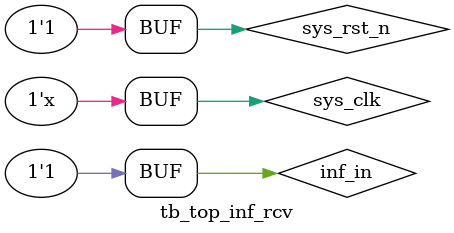
<source format=v>
`timescale  1ns/1ns
module  tb_top_inf_rcv();

reg     sys_clk ;
reg     sys_rst_n   ;
reg     inf_in      ;

wire    ds      ;
wire    oe      ;
wire    shcp    ;
wire    stcp    ;
wire    led     ;

initial
    begin
        sys_clk = 1'b1;
        sys_rst_n <=    1'b0;
        inf_in  <=  1'b1;
        #30
        sys_rst_n   <=  1'b1;
        #1000
//引导码
        inf_in  <=  1'b0;
        #9000_000
        inf_in  <=  1'b1;
        #4500_000
//地址码(8'h57   0101_0111   1110_1010)
        inf_in  <=  1'b0;
        #560_000
        inf_in  <=  1'b1;
        #1690_000           //逻辑1
        inf_in  <=  1'b0;
        #560_000
        inf_in  <=  1'b1;
        #1690_000           //逻辑1
        inf_in  <=  1'b0;
        #560_000
        inf_in  <=  1'b1;
        #1690_000           //逻辑1
        inf_in  <=  1'b0;
        #560_000
        inf_in  <=  1'b1;
        #560_000            //逻辑0
        inf_in  <=  1'b0;
        #560_000
        inf_in  <=  1'b1;
        #1690_000           //逻辑1
        inf_in  <=  1'b0;
        #560_000
        inf_in  <=  1'b1;
        #560_000            //逻辑0
        inf_in  <=  1'b0;
        #560_000
        inf_in  <=  1'b1;
        #1690_000           //逻辑1
        inf_in  <=  1'b0;
        #560_000
        inf_in  <=  1'b1;
        #560_000            //逻辑0
//地址反码(1110_1010   0001_0101)
        inf_in  <=  1'b0;
        #560_000
        inf_in  <=  1'b1;
        #560_000            //逻辑0
        inf_in  <=  1'b0;
        #560_000
        inf_in  <=  1'b1;
        #560_000            //逻辑0
        inf_in  <=  1'b0;
        #560_000
        inf_in  <=  1'b1;
        #560_000            //逻辑0
        inf_in  <=  1'b0;
        #560_000
        inf_in  <=  1'b1;
        #1690_000           //逻辑1
        inf_in  <=  1'b0;
        #560_000
        inf_in  <=  1'b1;
        #560_000            //逻辑0
        inf_in  <=  1'b0;
        #560_000
        inf_in  <=  1'b1;
        #1690_000           //逻辑1
        inf_in  <=  1'b0;
        #560_000
        inf_in  <=  1'b1;
        #560_000            //逻辑0
        inf_in  <=  1'b0;
        #560_000
        inf_in  <=  1'b1;
        #1690_000           //逻辑1
//数据码(8'h22  0010_0010   0100_0100)
        inf_in  <=  1'b0;
        #560_000
        inf_in  <=  1'b1;
        #560_000            //逻辑0
        inf_in  <=  1'b0;
        #560_000
        inf_in  <=  1'b1;
        #1690_000           //逻辑1
        inf_in  <=  1'b0;
        #560_000
        inf_in  <=  1'b1;
        #560_000            //逻辑0
        inf_in  <=  1'b0;
        #560_000
        inf_in  <=  1'b1;
        #560_000            //逻辑0
        inf_in  <=  1'b0;
        #560_000
        inf_in  <=  1'b1;
        #560_000            //逻辑0
        inf_in  <=  1'b0;
        #560_000
        inf_in  <=  1'b1;
        #1690_000           //逻辑1
        inf_in  <=  1'b0;
        #560_000
        inf_in  <=  1'b1;
        #560_000            //逻辑0
        inf_in  <=  1'b0;
        #560_000
        inf_in  <=  1'b1;
        #560_000            //逻辑0
//数据反码(0100_0100   1011_1011)
        inf_in  <=  1'b0;
        #560_000
        inf_in  <=  1'b1;
        #1690_000           //逻辑1
        inf_in  <=  1'b0;
        #560_000
        inf_in  <=  1'b1;
        #560_000            //逻辑0
        inf_in  <=  1'b0;
        #560_000
        inf_in  <=  1'b1;
        #1690_000           //逻辑1
        inf_in  <=  1'b0;
        #560_000
        inf_in  <=  1'b1;
        #1690_000           //逻辑1
        inf_in  <=  1'b0;
        #560_000
        inf_in  <=  1'b1;
        #1690_000           //逻辑1
        inf_in  <=  1'b0;
        #560_000
        inf_in  <=  1'b1;
        #560_000            //逻辑0
        inf_in  <=  1'b0;
        #560_000
        inf_in  <=  1'b1;
        #1690_000           //逻辑1
        inf_in  <=  1'b0;
        #560_000
        inf_in  <=  1'b1;
        #1690_000           //逻辑1
//结束位
        inf_in  <=  1'b0;
        #560_000
//高电平保持
        inf_in  <=  1'b1;
        #4200_0000
//重复码
        inf_in  <=  1'b0;
        #9000_000
        inf_in  <=  1'b1;
        #2250_000
//结束位
        inf_in  <=  1'b0;
        #560_000
        inf_in  <=  1'b1;
    end

always #10 sys_clk = ~sys_clk;

top_inf_rcv top_inf_rcv_inst
(
    .sys_clk     (sys_clk),
    .sys_rst_n   (sys_rst_n),
    .inf_in      (inf_in),

    .ds          (ds  ),
    .oe          (oe  ),
    .shcp        (shcp),
    .stcp        (stcp),
    .led         (led )
);
endmodule

</source>
